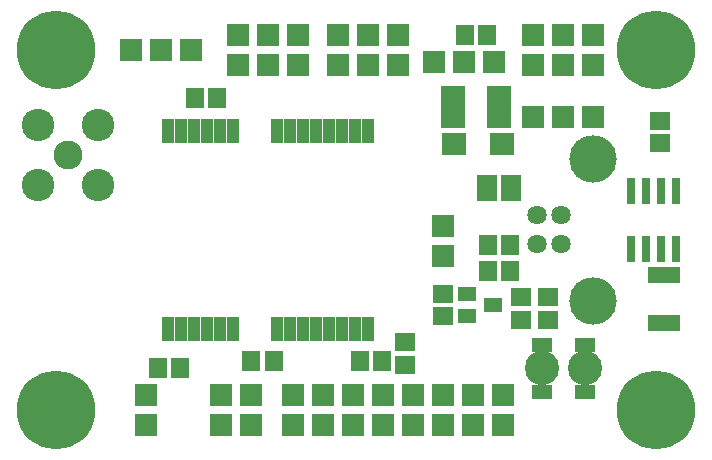
<source format=gbr>
G75*
G70*
%OFA0B0*%
%FSLAX24Y24*%
%IPPOS*%
%LPD*%
%AMOC8*
5,1,8,0,0,1.08239X$1,22.5*
%
%ADD10R,0.0395X0.0789*%
%ADD11R,0.0300X0.0860*%
%ADD12C,0.0642*%
%ADD13C,0.1580*%
%ADD14R,0.0730X0.0730*%
%ADD15R,0.0828X0.1419*%
%ADD16R,0.0592X0.0671*%
%ADD17R,0.0671X0.0592*%
%ADD18R,0.1080X0.0580*%
%ADD19R,0.0671X0.0493*%
%ADD20C,0.1143*%
%ADD21C,0.1084*%
%ADD22C,0.0966*%
%ADD23R,0.0631X0.0474*%
%ADD24C,0.2620*%
%ADD25R,0.0789X0.0749*%
%ADD26R,0.0671X0.0907*%
D10*
X014544Y004978D03*
X014977Y004978D03*
X015410Y004978D03*
X015843Y004978D03*
X016276Y004978D03*
X016709Y004978D03*
X018205Y004978D03*
X018638Y004978D03*
X019071Y004978D03*
X019504Y004978D03*
X019937Y004978D03*
X020370Y004978D03*
X020803Y004978D03*
X021236Y004978D03*
X021236Y011592D03*
X020803Y011592D03*
X020370Y011592D03*
X019937Y011592D03*
X019504Y011592D03*
X019071Y011592D03*
X018638Y011592D03*
X018205Y011592D03*
X016709Y011592D03*
X016276Y011592D03*
X015843Y011592D03*
X015410Y011592D03*
X014977Y011592D03*
X014544Y011592D03*
D11*
X029981Y009580D03*
X030481Y009580D03*
X030981Y009580D03*
X031481Y009580D03*
X031481Y007640D03*
X030981Y007640D03*
X030481Y007640D03*
X029981Y007640D03*
D12*
X027643Y007793D03*
X026856Y007793D03*
X026856Y008777D03*
X027643Y008777D03*
D13*
X028706Y010647D03*
X028706Y005923D03*
D14*
X025706Y002785D03*
X024706Y002785D03*
X023706Y002785D03*
X022706Y002785D03*
X021706Y002785D03*
X020706Y002785D03*
X019706Y002785D03*
X018706Y002785D03*
X018706Y001785D03*
X019706Y001785D03*
X020706Y001785D03*
X021706Y001785D03*
X022706Y001785D03*
X023706Y001785D03*
X024706Y001785D03*
X025706Y001785D03*
X017331Y001785D03*
X016331Y001785D03*
X016331Y002785D03*
X017331Y002785D03*
X013831Y002785D03*
X013831Y001785D03*
X023706Y007410D03*
X023706Y008410D03*
X026706Y012035D03*
X027706Y012035D03*
X028706Y012035D03*
X028706Y013785D03*
X027706Y013785D03*
X026706Y013785D03*
X026706Y014785D03*
X027706Y014785D03*
X028706Y014785D03*
X025431Y013885D03*
X024431Y013885D03*
X023431Y013885D03*
X022231Y013785D03*
X021231Y013785D03*
X020231Y013785D03*
X020231Y014785D03*
X021231Y014785D03*
X022231Y014785D03*
X018881Y014785D03*
X017881Y014785D03*
X016881Y014785D03*
X016881Y013785D03*
X017881Y013785D03*
X018881Y013785D03*
X015331Y014285D03*
X014331Y014285D03*
X013331Y014285D03*
D15*
X024063Y012360D03*
X025599Y012360D03*
D16*
X025205Y014785D03*
X024457Y014785D03*
X016205Y012660D03*
X015457Y012660D03*
X025207Y007785D03*
X025955Y007785D03*
X025955Y006910D03*
X025207Y006910D03*
X021705Y003910D03*
X020957Y003910D03*
X018080Y003910D03*
X017332Y003910D03*
X014955Y003660D03*
X014207Y003660D03*
D17*
X022456Y003786D03*
X022456Y004534D03*
X023706Y005411D03*
X023706Y006159D03*
X026331Y006034D03*
X026331Y005286D03*
X027206Y005286D03*
X027206Y006034D03*
X030956Y011161D03*
X030956Y011909D03*
D18*
X031081Y006785D03*
X031081Y005160D03*
D19*
X028456Y004447D03*
X027031Y004447D03*
X027031Y002873D03*
X028456Y002873D03*
D20*
X028456Y003660D03*
X027031Y003660D03*
D21*
X012206Y009785D03*
X010206Y009785D03*
X010206Y011785D03*
X012206Y011785D03*
D22*
X011206Y010785D03*
D23*
X024523Y006159D03*
X025389Y005785D03*
X024523Y005411D03*
D24*
X010831Y002285D03*
X010831Y014285D03*
X030831Y014285D03*
X030831Y002285D03*
D25*
X025688Y011135D03*
X024074Y011135D03*
D26*
X025187Y009685D03*
X025975Y009685D03*
M02*

</source>
